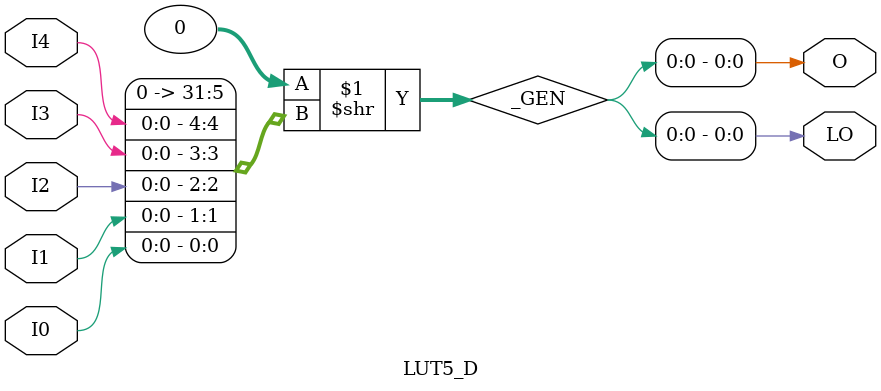
<source format=v>
module LUT5_D(	// file.cleaned.mlir:2:3
  input  I0,	// file.cleaned.mlir:2:24
         I1,	// file.cleaned.mlir:2:37
         I2,	// file.cleaned.mlir:2:50
         I3,	// file.cleaned.mlir:2:63
         I4,	// file.cleaned.mlir:2:76
  output LO,	// file.cleaned.mlir:2:90
         O	// file.cleaned.mlir:2:103
);

  wire [31:0] _GEN = 32'h0 >> {27'h0, I4, I3, I2, I1, I0};	// file.cleaned.mlir:3:15, :4:15, :5:10, :6:10
  assign LO = _GEN[0];	// file.cleaned.mlir:6:10, :7:10, :8:5
  assign O = _GEN[0];	// file.cleaned.mlir:6:10, :7:10, :8:5
endmodule


</source>
